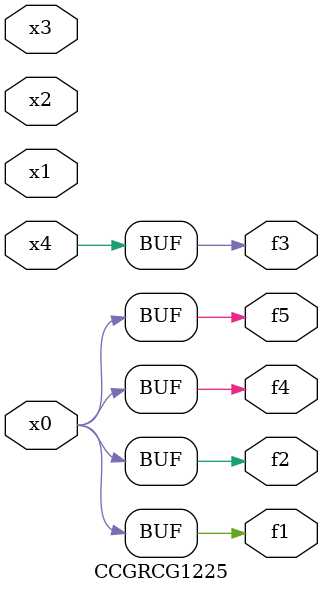
<source format=v>
module CCGRCG1225(
	input x0, x1, x2, x3, x4,
	output f1, f2, f3, f4, f5
);
	assign f1 = x0;
	assign f2 = x0;
	assign f3 = x4;
	assign f4 = x0;
	assign f5 = x0;
endmodule

</source>
